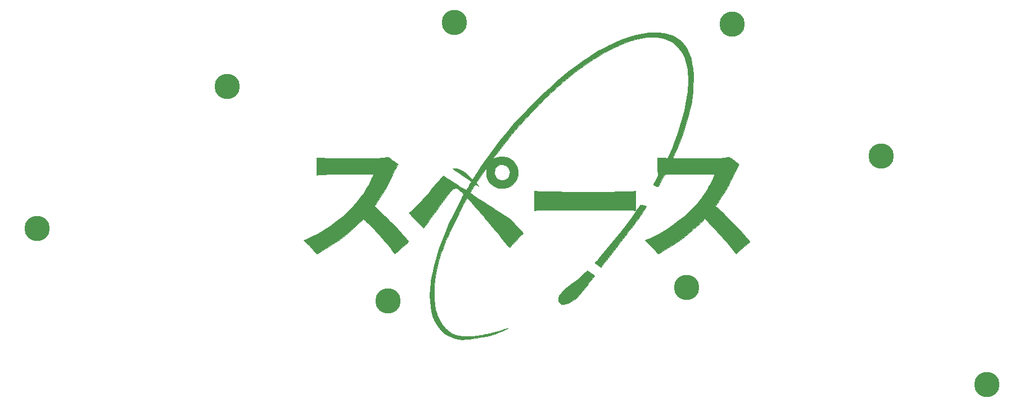
<source format=gts>
G04 #@! TF.GenerationSoftware,KiCad,Pcbnew,(5.1.10)-1*
G04 #@! TF.CreationDate,2021-10-25T12:42:06+03:00*
G04 #@! TF.ProjectId,bottom_plate,626f7474-6f6d-45f7-906c-6174652e6b69,rev?*
G04 #@! TF.SameCoordinates,Original*
G04 #@! TF.FileFunction,Soldermask,Top*
G04 #@! TF.FilePolarity,Negative*
%FSLAX46Y46*%
G04 Gerber Fmt 4.6, Leading zero omitted, Abs format (unit mm)*
G04 Created by KiCad (PCBNEW (5.1.10)-1) date 2021-10-25 12:42:06*
%MOMM*%
%LPD*%
G01*
G04 APERTURE LIST*
%ADD10C,0.010000*%
%ADD11C,3.800000*%
G04 APERTURE END LIST*
D10*
G36*
X135007350Y-104144412D02*
G01*
X135210407Y-104161349D01*
X135473434Y-104176749D01*
X135798507Y-104190639D01*
X136187707Y-104203050D01*
X136643110Y-104214010D01*
X137166796Y-104223548D01*
X137760844Y-104231693D01*
X138427330Y-104238474D01*
X139168335Y-104243921D01*
X139985936Y-104248061D01*
X140882212Y-104250925D01*
X141859242Y-104252540D01*
X142786100Y-104252953D01*
X143682722Y-104252574D01*
X144498988Y-104251494D01*
X145239206Y-104249647D01*
X145907683Y-104246965D01*
X146508729Y-104243382D01*
X147046650Y-104238831D01*
X147525756Y-104233245D01*
X147950353Y-104226559D01*
X148324751Y-104218705D01*
X148653256Y-104209617D01*
X148940178Y-104199228D01*
X149189824Y-104187472D01*
X149406502Y-104174281D01*
X149594520Y-104159589D01*
X149739350Y-104145403D01*
X149982766Y-104118987D01*
X149982766Y-107048633D01*
X149421850Y-107016716D01*
X149307190Y-107012662D01*
X149114444Y-107008889D01*
X148849316Y-107005397D01*
X148517513Y-107002186D01*
X148124739Y-106999256D01*
X147676700Y-106996608D01*
X147179102Y-106994243D01*
X146637650Y-106992159D01*
X146058050Y-106990357D01*
X145446007Y-106988839D01*
X144807227Y-106987603D01*
X144147415Y-106986650D01*
X143472276Y-106985981D01*
X142787517Y-106985595D01*
X142098842Y-106985493D01*
X141411958Y-106985674D01*
X140732569Y-106986140D01*
X140066382Y-106986891D01*
X139419101Y-106987926D01*
X138796433Y-106989246D01*
X138204082Y-106990851D01*
X137647754Y-106992742D01*
X137133155Y-106994918D01*
X136665990Y-106997380D01*
X136251965Y-107000128D01*
X135896786Y-107003162D01*
X135606157Y-107006483D01*
X135385784Y-107010090D01*
X135241373Y-107013985D01*
X135197850Y-107016147D01*
X134742766Y-107047494D01*
X134742766Y-104117436D01*
X135007350Y-104144412D01*
G37*
X135007350Y-104144412D02*
X135210407Y-104161349D01*
X135473434Y-104176749D01*
X135798507Y-104190639D01*
X136187707Y-104203050D01*
X136643110Y-104214010D01*
X137166796Y-104223548D01*
X137760844Y-104231693D01*
X138427330Y-104238474D01*
X139168335Y-104243921D01*
X139985936Y-104248061D01*
X140882212Y-104250925D01*
X141859242Y-104252540D01*
X142786100Y-104252953D01*
X143682722Y-104252574D01*
X144498988Y-104251494D01*
X145239206Y-104249647D01*
X145907683Y-104246965D01*
X146508729Y-104243382D01*
X147046650Y-104238831D01*
X147525756Y-104233245D01*
X147950353Y-104226559D01*
X148324751Y-104218705D01*
X148653256Y-104209617D01*
X148940178Y-104199228D01*
X149189824Y-104187472D01*
X149406502Y-104174281D01*
X149594520Y-104159589D01*
X149739350Y-104145403D01*
X149982766Y-104118987D01*
X149982766Y-107048633D01*
X149421850Y-107016716D01*
X149307190Y-107012662D01*
X149114444Y-107008889D01*
X148849316Y-107005397D01*
X148517513Y-107002186D01*
X148124739Y-106999256D01*
X147676700Y-106996608D01*
X147179102Y-106994243D01*
X146637650Y-106992159D01*
X146058050Y-106990357D01*
X145446007Y-106988839D01*
X144807227Y-106987603D01*
X144147415Y-106986650D01*
X143472276Y-106985981D01*
X142787517Y-106985595D01*
X142098842Y-106985493D01*
X141411958Y-106985674D01*
X140732569Y-106986140D01*
X140066382Y-106986891D01*
X139419101Y-106987926D01*
X138796433Y-106989246D01*
X138204082Y-106990851D01*
X137647754Y-106992742D01*
X137133155Y-106994918D01*
X136665990Y-106997380D01*
X136251965Y-107000128D01*
X135896786Y-107003162D01*
X135606157Y-107006483D01*
X135385784Y-107010090D01*
X135241373Y-107013985D01*
X135197850Y-107016147D01*
X134742766Y-107047494D01*
X134742766Y-104117436D01*
X135007350Y-104144412D01*
G36*
X112674969Y-99010074D02*
G01*
X112753538Y-99050866D01*
X112862757Y-99121585D01*
X113013555Y-99228276D01*
X113216857Y-99376981D01*
X113318230Y-99451725D01*
X113530341Y-99608382D01*
X113724929Y-99752367D01*
X113889417Y-99874350D01*
X114011230Y-99965006D01*
X114077788Y-100015007D01*
X114078673Y-100015684D01*
X114179080Y-100092611D01*
X113961342Y-100454393D01*
X113874873Y-100607224D01*
X113763152Y-100818361D01*
X113635757Y-101068939D01*
X113502264Y-101340092D01*
X113372251Y-101612955D01*
X113361653Y-101635654D01*
X113012539Y-102367290D01*
X112675259Y-103036291D01*
X112339229Y-103661670D01*
X111993864Y-104262439D01*
X111628582Y-104857607D01*
X111232798Y-105466188D01*
X111211057Y-105498749D01*
X111055404Y-105731319D01*
X110914206Y-105941801D01*
X110794699Y-106119449D01*
X110704116Y-106253521D01*
X110649689Y-106333273D01*
X110638309Y-106349405D01*
X110643110Y-106406016D01*
X110717046Y-106500427D01*
X110806620Y-106586623D01*
X111186226Y-106935653D01*
X111606251Y-107332019D01*
X112053576Y-107762680D01*
X112515082Y-108214594D01*
X112977650Y-108674717D01*
X113428161Y-109130009D01*
X113853494Y-109567427D01*
X114240531Y-109973929D01*
X114552192Y-110310149D01*
X114839402Y-110627160D01*
X115096659Y-110915046D01*
X115319464Y-111168556D01*
X115503314Y-111382436D01*
X115643708Y-111551436D01*
X115736145Y-111670304D01*
X115776123Y-111733788D01*
X115777433Y-111739660D01*
X115746827Y-111775647D01*
X115661161Y-111858617D01*
X115529664Y-111980457D01*
X115361562Y-112133056D01*
X115166083Y-112308300D01*
X114952454Y-112498077D01*
X114729905Y-112694275D01*
X114507661Y-112888780D01*
X114294951Y-113073479D01*
X114101003Y-113240262D01*
X113935044Y-113381014D01*
X113806301Y-113487623D01*
X113724003Y-113551976D01*
X113698216Y-113567633D01*
X113664407Y-113535622D01*
X113590123Y-113447713D01*
X113485219Y-113316089D01*
X113359549Y-113152937D01*
X113313041Y-113091383D01*
X113015745Y-112708083D01*
X112667269Y-112279331D01*
X112278513Y-111817249D01*
X111860379Y-111333955D01*
X111423768Y-110841569D01*
X110979581Y-110352210D01*
X110538719Y-109877997D01*
X110112083Y-109431051D01*
X109710575Y-109023490D01*
X109345095Y-108667434D01*
X109270846Y-108597441D01*
X108966093Y-108312126D01*
X108688488Y-108606402D01*
X108525625Y-108772592D01*
X108311536Y-108981409D01*
X108059496Y-109220634D01*
X107782779Y-109478047D01*
X107494659Y-109741428D01*
X107208410Y-109998559D01*
X106937306Y-110237218D01*
X106694622Y-110445187D01*
X106654600Y-110478737D01*
X105903739Y-111080990D01*
X105126938Y-111657302D01*
X104339733Y-112197217D01*
X103557661Y-112690280D01*
X102796258Y-113126035D01*
X102451604Y-113307230D01*
X101946850Y-113564569D01*
X101232010Y-112814685D01*
X101016827Y-112588876D01*
X100806128Y-112367638D01*
X100611836Y-112163498D01*
X100445870Y-111988982D01*
X100320153Y-111856619D01*
X100274226Y-111808166D01*
X100031280Y-111551533D01*
X100379606Y-111410868D01*
X101285238Y-111009199D01*
X102202982Y-110532593D01*
X103122874Y-109987850D01*
X104034950Y-109381771D01*
X104929246Y-108721157D01*
X105795797Y-108012807D01*
X106624640Y-107263523D01*
X107015849Y-106881628D01*
X107551668Y-106315918D01*
X108068432Y-105713969D01*
X108558617Y-105086954D01*
X109014701Y-104446047D01*
X109429161Y-103802419D01*
X109794473Y-103167243D01*
X110103115Y-102551693D01*
X110347563Y-101966940D01*
X110374073Y-101894217D01*
X110483946Y-101587300D01*
X107045273Y-101587403D01*
X106348831Y-101587827D01*
X105730181Y-101589158D01*
X105182454Y-101591554D01*
X104698777Y-101595171D01*
X104272279Y-101600164D01*
X103896091Y-101606690D01*
X103563341Y-101614906D01*
X103267158Y-101624967D01*
X103000671Y-101637030D01*
X102757010Y-101651252D01*
X102529304Y-101667787D01*
X102310681Y-101686794D01*
X102199016Y-101697634D01*
X101934433Y-101724163D01*
X101934433Y-99077976D01*
X102156683Y-99103829D01*
X102375223Y-99125879D01*
X102630673Y-99145187D01*
X102927518Y-99161833D01*
X103270244Y-99175899D01*
X103663333Y-99187465D01*
X104111271Y-99196611D01*
X104618543Y-99203417D01*
X105189633Y-99207966D01*
X105829025Y-99210336D01*
X106541205Y-99210609D01*
X107330657Y-99208865D01*
X107882266Y-99206712D01*
X108557179Y-99203574D01*
X109153270Y-99200411D01*
X109676386Y-99196969D01*
X110132372Y-99192997D01*
X110527072Y-99188241D01*
X110866333Y-99182451D01*
X111156000Y-99175372D01*
X111401918Y-99166755D01*
X111609933Y-99156345D01*
X111785889Y-99143890D01*
X111935633Y-99129139D01*
X112065009Y-99111840D01*
X112179863Y-99091739D01*
X112286041Y-99068584D01*
X112389387Y-99042124D01*
X112495747Y-99012107D01*
X112513897Y-99006822D01*
X112566075Y-98994096D01*
X112616124Y-98993166D01*
X112674969Y-99010074D01*
G37*
X112674969Y-99010074D02*
X112753538Y-99050866D01*
X112862757Y-99121585D01*
X113013555Y-99228276D01*
X113216857Y-99376981D01*
X113318230Y-99451725D01*
X113530341Y-99608382D01*
X113724929Y-99752367D01*
X113889417Y-99874350D01*
X114011230Y-99965006D01*
X114077788Y-100015007D01*
X114078673Y-100015684D01*
X114179080Y-100092611D01*
X113961342Y-100454393D01*
X113874873Y-100607224D01*
X113763152Y-100818361D01*
X113635757Y-101068939D01*
X113502264Y-101340092D01*
X113372251Y-101612955D01*
X113361653Y-101635654D01*
X113012539Y-102367290D01*
X112675259Y-103036291D01*
X112339229Y-103661670D01*
X111993864Y-104262439D01*
X111628582Y-104857607D01*
X111232798Y-105466188D01*
X111211057Y-105498749D01*
X111055404Y-105731319D01*
X110914206Y-105941801D01*
X110794699Y-106119449D01*
X110704116Y-106253521D01*
X110649689Y-106333273D01*
X110638309Y-106349405D01*
X110643110Y-106406016D01*
X110717046Y-106500427D01*
X110806620Y-106586623D01*
X111186226Y-106935653D01*
X111606251Y-107332019D01*
X112053576Y-107762680D01*
X112515082Y-108214594D01*
X112977650Y-108674717D01*
X113428161Y-109130009D01*
X113853494Y-109567427D01*
X114240531Y-109973929D01*
X114552192Y-110310149D01*
X114839402Y-110627160D01*
X115096659Y-110915046D01*
X115319464Y-111168556D01*
X115503314Y-111382436D01*
X115643708Y-111551436D01*
X115736145Y-111670304D01*
X115776123Y-111733788D01*
X115777433Y-111739660D01*
X115746827Y-111775647D01*
X115661161Y-111858617D01*
X115529664Y-111980457D01*
X115361562Y-112133056D01*
X115166083Y-112308300D01*
X114952454Y-112498077D01*
X114729905Y-112694275D01*
X114507661Y-112888780D01*
X114294951Y-113073479D01*
X114101003Y-113240262D01*
X113935044Y-113381014D01*
X113806301Y-113487623D01*
X113724003Y-113551976D01*
X113698216Y-113567633D01*
X113664407Y-113535622D01*
X113590123Y-113447713D01*
X113485219Y-113316089D01*
X113359549Y-113152937D01*
X113313041Y-113091383D01*
X113015745Y-112708083D01*
X112667269Y-112279331D01*
X112278513Y-111817249D01*
X111860379Y-111333955D01*
X111423768Y-110841569D01*
X110979581Y-110352210D01*
X110538719Y-109877997D01*
X110112083Y-109431051D01*
X109710575Y-109023490D01*
X109345095Y-108667434D01*
X109270846Y-108597441D01*
X108966093Y-108312126D01*
X108688488Y-108606402D01*
X108525625Y-108772592D01*
X108311536Y-108981409D01*
X108059496Y-109220634D01*
X107782779Y-109478047D01*
X107494659Y-109741428D01*
X107208410Y-109998559D01*
X106937306Y-110237218D01*
X106694622Y-110445187D01*
X106654600Y-110478737D01*
X105903739Y-111080990D01*
X105126938Y-111657302D01*
X104339733Y-112197217D01*
X103557661Y-112690280D01*
X102796258Y-113126035D01*
X102451604Y-113307230D01*
X101946850Y-113564569D01*
X101232010Y-112814685D01*
X101016827Y-112588876D01*
X100806128Y-112367638D01*
X100611836Y-112163498D01*
X100445870Y-111988982D01*
X100320153Y-111856619D01*
X100274226Y-111808166D01*
X100031280Y-111551533D01*
X100379606Y-111410868D01*
X101285238Y-111009199D01*
X102202982Y-110532593D01*
X103122874Y-109987850D01*
X104034950Y-109381771D01*
X104929246Y-108721157D01*
X105795797Y-108012807D01*
X106624640Y-107263523D01*
X107015849Y-106881628D01*
X107551668Y-106315918D01*
X108068432Y-105713969D01*
X108558617Y-105086954D01*
X109014701Y-104446047D01*
X109429161Y-103802419D01*
X109794473Y-103167243D01*
X110103115Y-102551693D01*
X110347563Y-101966940D01*
X110374073Y-101894217D01*
X110483946Y-101587300D01*
X107045273Y-101587403D01*
X106348831Y-101587827D01*
X105730181Y-101589158D01*
X105182454Y-101591554D01*
X104698777Y-101595171D01*
X104272279Y-101600164D01*
X103896091Y-101606690D01*
X103563341Y-101614906D01*
X103267158Y-101624967D01*
X103000671Y-101637030D01*
X102757010Y-101651252D01*
X102529304Y-101667787D01*
X102310681Y-101686794D01*
X102199016Y-101697634D01*
X101934433Y-101724163D01*
X101934433Y-99077976D01*
X102156683Y-99103829D01*
X102375223Y-99125879D01*
X102630673Y-99145187D01*
X102927518Y-99161833D01*
X103270244Y-99175899D01*
X103663333Y-99187465D01*
X104111271Y-99196611D01*
X104618543Y-99203417D01*
X105189633Y-99207966D01*
X105829025Y-99210336D01*
X106541205Y-99210609D01*
X107330657Y-99208865D01*
X107882266Y-99206712D01*
X108557179Y-99203574D01*
X109153270Y-99200411D01*
X109676386Y-99196969D01*
X110132372Y-99192997D01*
X110527072Y-99188241D01*
X110866333Y-99182451D01*
X111156000Y-99175372D01*
X111401918Y-99166755D01*
X111609933Y-99156345D01*
X111785889Y-99143890D01*
X111935633Y-99129139D01*
X112065009Y-99111840D01*
X112179863Y-99091739D01*
X112286041Y-99068584D01*
X112389387Y-99042124D01*
X112495747Y-99012107D01*
X112513897Y-99006822D01*
X112566075Y-98994096D01*
X112616124Y-98993166D01*
X112674969Y-99010074D01*
G36*
X150818828Y-106242666D02*
G01*
X150967724Y-106271908D01*
X151135610Y-106310329D01*
X151302203Y-106352999D01*
X151447216Y-106394991D01*
X151550368Y-106431376D01*
X151591372Y-106457226D01*
X151591433Y-106457940D01*
X151568772Y-106503857D01*
X151505803Y-106608240D01*
X151410046Y-106759690D01*
X151289020Y-106946809D01*
X151150244Y-107158200D01*
X151001238Y-107382464D01*
X150849522Y-107608203D01*
X150702615Y-107824018D01*
X150568037Y-108018512D01*
X150475830Y-108148967D01*
X150415971Y-108230346D01*
X150310800Y-108370812D01*
X150164403Y-108565015D01*
X149980863Y-108807608D01*
X149764264Y-109093241D01*
X149518692Y-109416566D01*
X149248229Y-109772233D01*
X148956962Y-110154895D01*
X148648973Y-110559202D01*
X148328346Y-110979806D01*
X147999167Y-111411357D01*
X147665520Y-111848508D01*
X147331488Y-112285910D01*
X147001156Y-112718213D01*
X146678609Y-113140069D01*
X146367930Y-113546130D01*
X146073203Y-113931046D01*
X145798514Y-114289470D01*
X145547946Y-114616051D01*
X145325584Y-114905442D01*
X145135511Y-115152293D01*
X144981812Y-115351257D01*
X144868572Y-115496984D01*
X144799874Y-115584125D01*
X144781104Y-115606751D01*
X144738382Y-115594853D01*
X144641250Y-115541756D01*
X144503890Y-115455893D01*
X144340484Y-115345697D01*
X144331266Y-115339268D01*
X144162035Y-115221621D01*
X144014425Y-115120094D01*
X143904335Y-115045550D01*
X143847731Y-115008890D01*
X143840968Y-114981233D01*
X143871119Y-114921497D01*
X143942839Y-114823719D01*
X144060784Y-114681937D01*
X144229611Y-114490185D01*
X144399055Y-114302707D01*
X145236521Y-113361123D01*
X146084458Y-112365770D01*
X146930402Y-111332592D01*
X147761885Y-110277530D01*
X148566441Y-109216527D01*
X149331603Y-108165527D01*
X150044906Y-107140472D01*
X150319874Y-106730800D01*
X150437154Y-106554920D01*
X150538782Y-106404123D01*
X150615030Y-106292727D01*
X150656170Y-106235051D01*
X150659142Y-106231429D01*
X150709206Y-106227530D01*
X150818828Y-106242666D01*
G37*
X150818828Y-106242666D02*
X150967724Y-106271908D01*
X151135610Y-106310329D01*
X151302203Y-106352999D01*
X151447216Y-106394991D01*
X151550368Y-106431376D01*
X151591372Y-106457226D01*
X151591433Y-106457940D01*
X151568772Y-106503857D01*
X151505803Y-106608240D01*
X151410046Y-106759690D01*
X151289020Y-106946809D01*
X151150244Y-107158200D01*
X151001238Y-107382464D01*
X150849522Y-107608203D01*
X150702615Y-107824018D01*
X150568037Y-108018512D01*
X150475830Y-108148967D01*
X150415971Y-108230346D01*
X150310800Y-108370812D01*
X150164403Y-108565015D01*
X149980863Y-108807608D01*
X149764264Y-109093241D01*
X149518692Y-109416566D01*
X149248229Y-109772233D01*
X148956962Y-110154895D01*
X148648973Y-110559202D01*
X148328346Y-110979806D01*
X147999167Y-111411357D01*
X147665520Y-111848508D01*
X147331488Y-112285910D01*
X147001156Y-112718213D01*
X146678609Y-113140069D01*
X146367930Y-113546130D01*
X146073203Y-113931046D01*
X145798514Y-114289470D01*
X145547946Y-114616051D01*
X145325584Y-114905442D01*
X145135511Y-115152293D01*
X144981812Y-115351257D01*
X144868572Y-115496984D01*
X144799874Y-115584125D01*
X144781104Y-115606751D01*
X144738382Y-115594853D01*
X144641250Y-115541756D01*
X144503890Y-115455893D01*
X144340484Y-115345697D01*
X144331266Y-115339268D01*
X144162035Y-115221621D01*
X144014425Y-115120094D01*
X143904335Y-115045550D01*
X143847731Y-115008890D01*
X143840968Y-114981233D01*
X143871119Y-114921497D01*
X143942839Y-114823719D01*
X144060784Y-114681937D01*
X144229611Y-114490185D01*
X144399055Y-114302707D01*
X145236521Y-113361123D01*
X146084458Y-112365770D01*
X146930402Y-111332592D01*
X147761885Y-110277530D01*
X148566441Y-109216527D01*
X149331603Y-108165527D01*
X150044906Y-107140472D01*
X150319874Y-106730800D01*
X150437154Y-106554920D01*
X150538782Y-106404123D01*
X150615030Y-106292727D01*
X150656170Y-106235051D01*
X150659142Y-106231429D01*
X150709206Y-106227530D01*
X150818828Y-106242666D01*
G36*
X142718997Y-116172781D02*
G01*
X142817209Y-116234433D01*
X142953602Y-116324734D01*
X143113534Y-116433494D01*
X143282361Y-116550526D01*
X143445440Y-116665640D01*
X143588127Y-116768648D01*
X143695779Y-116849361D01*
X143753754Y-116897591D01*
X143759766Y-116905702D01*
X143734455Y-116946230D01*
X143662858Y-117044625D01*
X143551482Y-117192560D01*
X143406833Y-117381708D01*
X143235418Y-117603745D01*
X143043742Y-117850342D01*
X142838311Y-118113175D01*
X142625633Y-118383916D01*
X142412212Y-118654239D01*
X142204556Y-118915818D01*
X142009170Y-119160326D01*
X141832561Y-119379438D01*
X141695048Y-119548037D01*
X141474739Y-119810679D01*
X141287348Y-120019453D01*
X141116701Y-120189472D01*
X140946623Y-120335850D01*
X140760939Y-120473698D01*
X140563600Y-120605220D01*
X140163794Y-120841552D01*
X139790342Y-121020588D01*
X139449578Y-121140180D01*
X139147837Y-121198176D01*
X138891452Y-121192428D01*
X138854298Y-121185282D01*
X138646823Y-121100660D01*
X138488440Y-120956616D01*
X138383283Y-120765473D01*
X138335490Y-120539554D01*
X138349194Y-120291183D01*
X138428533Y-120032682D01*
X138451136Y-119983914D01*
X138553878Y-119799354D01*
X138685936Y-119609305D01*
X138852492Y-119408950D01*
X139058729Y-119193472D01*
X139309830Y-118958057D01*
X139610977Y-118697886D01*
X139967353Y-118408143D01*
X140384140Y-118084013D01*
X140866523Y-117720678D01*
X140965766Y-117647001D01*
X141203354Y-117462917D01*
X141472720Y-117241169D01*
X141746704Y-117004883D01*
X141998149Y-116777183D01*
X142093502Y-116686778D01*
X142271650Y-116516053D01*
X142428792Y-116367737D01*
X142554903Y-116251109D01*
X142639954Y-116175448D01*
X142673610Y-116149967D01*
X142718997Y-116172781D01*
G37*
X142718997Y-116172781D02*
X142817209Y-116234433D01*
X142953602Y-116324734D01*
X143113534Y-116433494D01*
X143282361Y-116550526D01*
X143445440Y-116665640D01*
X143588127Y-116768648D01*
X143695779Y-116849361D01*
X143753754Y-116897591D01*
X143759766Y-116905702D01*
X143734455Y-116946230D01*
X143662858Y-117044625D01*
X143551482Y-117192560D01*
X143406833Y-117381708D01*
X143235418Y-117603745D01*
X143043742Y-117850342D01*
X142838311Y-118113175D01*
X142625633Y-118383916D01*
X142412212Y-118654239D01*
X142204556Y-118915818D01*
X142009170Y-119160326D01*
X141832561Y-119379438D01*
X141695048Y-119548037D01*
X141474739Y-119810679D01*
X141287348Y-120019453D01*
X141116701Y-120189472D01*
X140946623Y-120335850D01*
X140760939Y-120473698D01*
X140563600Y-120605220D01*
X140163794Y-120841552D01*
X139790342Y-121020588D01*
X139449578Y-121140180D01*
X139147837Y-121198176D01*
X138891452Y-121192428D01*
X138854298Y-121185282D01*
X138646823Y-121100660D01*
X138488440Y-120956616D01*
X138383283Y-120765473D01*
X138335490Y-120539554D01*
X138349194Y-120291183D01*
X138428533Y-120032682D01*
X138451136Y-119983914D01*
X138553878Y-119799354D01*
X138685936Y-119609305D01*
X138852492Y-119408950D01*
X139058729Y-119193472D01*
X139309830Y-118958057D01*
X139610977Y-118697886D01*
X139967353Y-118408143D01*
X140384140Y-118084013D01*
X140866523Y-117720678D01*
X140965766Y-117647001D01*
X141203354Y-117462917D01*
X141472720Y-117241169D01*
X141746704Y-117004883D01*
X141998149Y-116777183D01*
X142093502Y-116686778D01*
X142271650Y-116516053D01*
X142428792Y-116367737D01*
X142554903Y-116251109D01*
X142639954Y-116175448D01*
X142673610Y-116149967D01*
X142718997Y-116172781D01*
G36*
X153440298Y-80243137D02*
G01*
X154160152Y-80329638D01*
X154815942Y-80468870D01*
X155411358Y-80662791D01*
X155950090Y-80913361D01*
X156435829Y-81222536D01*
X156872263Y-81592276D01*
X157263084Y-82024539D01*
X157550523Y-82424583D01*
X157840140Y-82939405D01*
X158086036Y-83523652D01*
X158287765Y-84173979D01*
X158444877Y-84887037D01*
X158556925Y-85659480D01*
X158623463Y-86487962D01*
X158644041Y-87369133D01*
X158618213Y-88299649D01*
X158545530Y-89276162D01*
X158511293Y-89606967D01*
X158372038Y-90619309D01*
X158173730Y-91666945D01*
X157915510Y-92752774D01*
X157596517Y-93879697D01*
X157215889Y-95050615D01*
X156772766Y-96268428D01*
X156266287Y-97536036D01*
X155911582Y-98367703D01*
X155807906Y-98606873D01*
X155716932Y-98819834D01*
X155643777Y-98994354D01*
X155593557Y-99118202D01*
X155571386Y-99179146D01*
X155570766Y-99182619D01*
X155611857Y-99189320D01*
X155730167Y-99195248D01*
X155918253Y-99200414D01*
X156168671Y-99204831D01*
X156473977Y-99208509D01*
X156826728Y-99211460D01*
X157219479Y-99213697D01*
X157644788Y-99215230D01*
X158095210Y-99216071D01*
X158563302Y-99216233D01*
X159041620Y-99215725D01*
X159522720Y-99214561D01*
X159999159Y-99212751D01*
X160463494Y-99210307D01*
X160908279Y-99207241D01*
X161326072Y-99203565D01*
X161709429Y-99199290D01*
X162050906Y-99194427D01*
X162343060Y-99188988D01*
X162578446Y-99182986D01*
X162749622Y-99176430D01*
X162829750Y-99171303D01*
X163064960Y-99147078D01*
X163303660Y-99116425D01*
X163513897Y-99083747D01*
X163634084Y-99060469D01*
X163790407Y-99027003D01*
X163919137Y-99001993D01*
X163993440Y-98990636D01*
X163995100Y-98990528D01*
X164045349Y-99013544D01*
X164149614Y-99078826D01*
X164295768Y-99177492D01*
X164471685Y-99300662D01*
X164665239Y-99439454D01*
X164864302Y-99584987D01*
X165056748Y-99728378D01*
X165230451Y-99860748D01*
X165373285Y-99973214D01*
X165473122Y-100056896D01*
X165517836Y-100102912D01*
X165519100Y-100106689D01*
X165498001Y-100157757D01*
X165442205Y-100259620D01*
X165362958Y-100391957D01*
X165347319Y-100417050D01*
X165281754Y-100531230D01*
X165187677Y-100708298D01*
X165072140Y-100934309D01*
X164942191Y-101195315D01*
X164804880Y-101477370D01*
X164695938Y-101705690D01*
X164332661Y-102457033D01*
X163982295Y-103144384D01*
X163634963Y-103785296D01*
X163280789Y-104397318D01*
X162909895Y-104998003D01*
X162512405Y-105604900D01*
X162447743Y-105700705D01*
X161969747Y-106406277D01*
X162548507Y-106928088D01*
X162818215Y-107175646D01*
X163112824Y-107453915D01*
X163427350Y-107757626D01*
X163756809Y-108081512D01*
X164096217Y-108420305D01*
X164440592Y-108768738D01*
X164784950Y-109121541D01*
X165124307Y-109473448D01*
X165453680Y-109819191D01*
X165768086Y-110153502D01*
X166062540Y-110471113D01*
X166332061Y-110766757D01*
X166571663Y-111035165D01*
X166776364Y-111271069D01*
X166941181Y-111469203D01*
X167061129Y-111624298D01*
X167131226Y-111731086D01*
X167146488Y-111784300D01*
X167144714Y-111786557D01*
X167049546Y-111872078D01*
X166909712Y-111995065D01*
X166734440Y-112147633D01*
X166532955Y-112321896D01*
X166314485Y-112509968D01*
X166088255Y-112703963D01*
X165863493Y-112895994D01*
X165649425Y-113078175D01*
X165455277Y-113242620D01*
X165290277Y-113381444D01*
X165163650Y-113486759D01*
X165084623Y-113550680D01*
X165061969Y-113566729D01*
X165022734Y-113534495D01*
X164954595Y-113452936D01*
X164905829Y-113386813D01*
X164682816Y-113084314D01*
X164406768Y-112731753D01*
X164085480Y-112337957D01*
X163726747Y-111911753D01*
X163338365Y-111461970D01*
X162928128Y-110997436D01*
X162503832Y-110526978D01*
X162073272Y-110059424D01*
X161644243Y-109603601D01*
X161224541Y-109168339D01*
X160825273Y-108765749D01*
X160358900Y-108303031D01*
X159646865Y-108998582D01*
X158781294Y-109810131D01*
X157895837Y-110574432D01*
X156998614Y-111285494D01*
X156097748Y-111937325D01*
X155201359Y-112523936D01*
X154317569Y-113039336D01*
X153805853Y-113307332D01*
X153289774Y-113565776D01*
X153149687Y-113402689D01*
X153083221Y-113328971D01*
X152967216Y-113204241D01*
X152810988Y-113038349D01*
X152623852Y-112841147D01*
X152415125Y-112622486D01*
X152196452Y-112394639D01*
X151383304Y-111549676D01*
X151749927Y-111407066D01*
X151976915Y-111312583D01*
X152258546Y-111185764D01*
X152575773Y-111035960D01*
X152909547Y-110872522D01*
X153240821Y-110704802D01*
X153550544Y-110542151D01*
X153819670Y-110393921D01*
X153856266Y-110372987D01*
X154717253Y-109846366D01*
X155568716Y-109265042D01*
X156400305Y-108638073D01*
X157201667Y-107974519D01*
X157962452Y-107283437D01*
X158672309Y-106573886D01*
X159320885Y-105854924D01*
X159897830Y-105135609D01*
X160001792Y-104995133D01*
X160246682Y-104646947D01*
X160499316Y-104265121D01*
X160748956Y-103867478D01*
X160984864Y-103471844D01*
X161196302Y-103096044D01*
X161372533Y-102757902D01*
X161458498Y-102576992D01*
X161533754Y-102405601D01*
X161613301Y-102216144D01*
X161690108Y-102026439D01*
X161757144Y-101854306D01*
X161807378Y-101717565D01*
X161833779Y-101634034D01*
X161836100Y-101620015D01*
X161795015Y-101614953D01*
X161676753Y-101610305D01*
X161488802Y-101606080D01*
X161238650Y-101602282D01*
X160933786Y-101598918D01*
X160581698Y-101595995D01*
X160189875Y-101593519D01*
X159765805Y-101591496D01*
X159316975Y-101589932D01*
X158850876Y-101588834D01*
X158374994Y-101588208D01*
X157896818Y-101588060D01*
X157423838Y-101588397D01*
X156963540Y-101589225D01*
X156523413Y-101590550D01*
X156110947Y-101592378D01*
X155733628Y-101594716D01*
X155398946Y-101597571D01*
X155114388Y-101600947D01*
X154887444Y-101604852D01*
X154725601Y-101609292D01*
X154639433Y-101613968D01*
X154364266Y-101640033D01*
X153878425Y-102545000D01*
X153741572Y-102796490D01*
X153615815Y-103021115D01*
X153507161Y-103208665D01*
X153421616Y-103348930D01*
X153365185Y-103431700D01*
X153346090Y-103449966D01*
X153289589Y-103437244D01*
X153174876Y-103403696D01*
X153023724Y-103356253D01*
X152857909Y-103301844D01*
X152699205Y-103247399D01*
X152619836Y-103218844D01*
X152621611Y-103176253D01*
X152667033Y-103066496D01*
X152754063Y-102893694D01*
X152880664Y-102661966D01*
X152991252Y-102467743D01*
X153142311Y-102202543D01*
X153251433Y-102002511D01*
X153321741Y-101861135D01*
X153356362Y-101771904D01*
X153358420Y-101728308D01*
X153349266Y-101721779D01*
X153330986Y-101709027D01*
X153316454Y-101673708D01*
X153305254Y-101607309D01*
X153296975Y-101501317D01*
X153291204Y-101347219D01*
X153287526Y-101136501D01*
X153285529Y-100860651D01*
X153284800Y-100511157D01*
X153284766Y-100393034D01*
X153284766Y-99077976D01*
X153507016Y-99103637D01*
X153639737Y-99116352D01*
X153830103Y-99131255D01*
X154051192Y-99146364D01*
X154246070Y-99158050D01*
X154762873Y-99186802D01*
X154917115Y-98852468D01*
X155406260Y-97741560D01*
X155862349Y-96603735D01*
X156281434Y-95451632D01*
X156659564Y-94297890D01*
X156992791Y-93155146D01*
X157277164Y-92036039D01*
X157508734Y-90953208D01*
X157660818Y-90072633D01*
X157727308Y-89620779D01*
X157778935Y-89230254D01*
X157817403Y-88879358D01*
X157844419Y-88546392D01*
X157861689Y-88209654D01*
X157870918Y-87847445D01*
X157873813Y-87438064D01*
X157873799Y-87363300D01*
X157868873Y-86874152D01*
X157853839Y-86450860D01*
X157826717Y-86075003D01*
X157785523Y-85728160D01*
X157728276Y-85391911D01*
X157652994Y-85047835D01*
X157603281Y-84848958D01*
X157390642Y-84168316D01*
X157122029Y-83550522D01*
X156797773Y-82995957D01*
X156418209Y-82505003D01*
X155983668Y-82078039D01*
X155494485Y-81715448D01*
X154950991Y-81417611D01*
X154420892Y-81206976D01*
X153783419Y-81036877D01*
X153102987Y-80938559D01*
X152380979Y-80911680D01*
X151618779Y-80955895D01*
X150817770Y-81070861D01*
X149979337Y-81256233D01*
X149104864Y-81511669D01*
X148195734Y-81836823D01*
X147253330Y-82231353D01*
X146279037Y-82694915D01*
X145274238Y-83227164D01*
X144500600Y-83671726D01*
X144082437Y-83927374D01*
X143625179Y-84220241D01*
X143143464Y-84540058D01*
X142651929Y-84876558D01*
X142165211Y-85219471D01*
X141697949Y-85558529D01*
X141264780Y-85883463D01*
X140880342Y-86184006D01*
X140648266Y-86374207D01*
X140482081Y-86511217D01*
X140280172Y-86673845D01*
X140074330Y-86836616D01*
X139970933Y-86916990D01*
X139074648Y-87634980D01*
X138150791Y-88427095D01*
X137203598Y-89288995D01*
X136237306Y-90216339D01*
X135256150Y-91204789D01*
X134264369Y-92250004D01*
X133266197Y-93347645D01*
X132265872Y-94493371D01*
X131267630Y-95682844D01*
X130547053Y-96570800D01*
X130317315Y-96859771D01*
X130070483Y-97173524D01*
X129814884Y-97501204D01*
X129558846Y-97831959D01*
X129310695Y-98154934D01*
X129078758Y-98459275D01*
X128871361Y-98734130D01*
X128696832Y-98968644D01*
X128563497Y-99151963D01*
X128524817Y-99206725D01*
X128428373Y-99344983D01*
X128717486Y-99196354D01*
X129144232Y-99022575D01*
X129583574Y-98931313D01*
X130028965Y-98922612D01*
X130473857Y-98996515D01*
X130911701Y-99153066D01*
X130971605Y-99181357D01*
X131244818Y-99349589D01*
X131513771Y-99578590D01*
X131756736Y-99846282D01*
X131951982Y-100130591D01*
X132006344Y-100232633D01*
X132175312Y-100654542D01*
X132263262Y-101068353D01*
X132271687Y-101484960D01*
X132223747Y-101820133D01*
X132093013Y-102243207D01*
X131889916Y-102629914D01*
X131621859Y-102972274D01*
X131296244Y-103262308D01*
X130920474Y-103492038D01*
X130530600Y-103645135D01*
X130233820Y-103704603D01*
X129895678Y-103725548D01*
X129549929Y-103708507D01*
X129230327Y-103654019D01*
X129119732Y-103622629D01*
X128718450Y-103450274D01*
X128357864Y-103211360D01*
X128046732Y-102915242D01*
X127793817Y-102571270D01*
X127607876Y-102188797D01*
X127526518Y-101921601D01*
X127489054Y-101698409D01*
X127468498Y-101438060D01*
X127466785Y-101284052D01*
X128680811Y-101284052D01*
X128714282Y-101612474D01*
X128821630Y-101902803D01*
X128998564Y-102148731D01*
X129240793Y-102343949D01*
X129480648Y-102460098D01*
X129671953Y-102500649D01*
X129902421Y-102504870D01*
X130135951Y-102475211D01*
X130336443Y-102414124D01*
X130366197Y-102400000D01*
X130604268Y-102252394D01*
X130782977Y-102075637D01*
X130906122Y-101886190D01*
X131017072Y-101602546D01*
X131051030Y-101316049D01*
X131014553Y-101037565D01*
X130914197Y-100777961D01*
X130756518Y-100548101D01*
X130548072Y-100358853D01*
X130295416Y-100221081D01*
X130005107Y-100145653D01*
X129849322Y-100134725D01*
X129552020Y-100171636D01*
X129281583Y-100281127D01*
X129048716Y-100452670D01*
X128864124Y-100675735D01*
X128738511Y-100939792D01*
X128682584Y-101234313D01*
X128680811Y-101284052D01*
X127466785Y-101284052D01*
X127465548Y-101172978D01*
X127480905Y-100935583D01*
X127502437Y-100805322D01*
X127524434Y-100698011D01*
X127532191Y-100633467D01*
X127530796Y-100626552D01*
X127500456Y-100652152D01*
X127429918Y-100738318D01*
X127326020Y-100875221D01*
X127195603Y-101053029D01*
X127045507Y-101261910D01*
X126882569Y-101492035D01*
X126713632Y-101733572D01*
X126545533Y-101976690D01*
X126385113Y-102211559D01*
X126239212Y-102428347D01*
X126114668Y-102617224D01*
X126018322Y-102768358D01*
X125957013Y-102871919D01*
X125937433Y-102916764D01*
X125965082Y-102965667D01*
X126038631Y-103057161D01*
X126143980Y-103174097D01*
X126180850Y-103212791D01*
X126285777Y-103324268D01*
X126335957Y-103386754D01*
X126328289Y-103400200D01*
X126259674Y-103364558D01*
X126127010Y-103279780D01*
X126022856Y-103210333D01*
X125921053Y-103148521D01*
X125845843Y-103114437D01*
X125832356Y-103112063D01*
X125797617Y-103146860D01*
X125727708Y-103242981D01*
X125630418Y-103388790D01*
X125513538Y-103572654D01*
X125400089Y-103757646D01*
X125253809Y-104003653D01*
X125150281Y-104187122D01*
X125085545Y-104316135D01*
X125055648Y-104398772D01*
X125056631Y-104443115D01*
X125061422Y-104449337D01*
X125108592Y-104483373D01*
X125217771Y-104557136D01*
X125379753Y-104664563D01*
X125585332Y-104799591D01*
X125825301Y-104956156D01*
X126090452Y-105128198D01*
X126191433Y-105193486D01*
X126449164Y-105360279D01*
X126765235Y-105565347D01*
X127127165Y-105800566D01*
X127522474Y-106057808D01*
X127938684Y-106328950D01*
X128363313Y-106605865D01*
X128783881Y-106880428D01*
X129163360Y-107128456D01*
X131055787Y-108366149D01*
X132020860Y-109403994D01*
X132251024Y-109652020D01*
X132462180Y-109880538D01*
X132647537Y-110082121D01*
X132800303Y-110249343D01*
X132913685Y-110374778D01*
X132980893Y-110450999D01*
X132996848Y-110471150D01*
X132971793Y-110507952D01*
X132896309Y-110597361D01*
X132778440Y-110730750D01*
X132626229Y-110899491D01*
X132447716Y-111094956D01*
X132250946Y-111308518D01*
X132043960Y-111531550D01*
X131834800Y-111755422D01*
X131631509Y-111971509D01*
X131442129Y-112171182D01*
X131274703Y-112345814D01*
X131137273Y-112486777D01*
X131037881Y-112585444D01*
X130984570Y-112633186D01*
X130978571Y-112636300D01*
X130943278Y-112604813D01*
X130862808Y-112516443D01*
X130744992Y-112380323D01*
X130597661Y-112205590D01*
X130428647Y-112001378D01*
X130316200Y-111863717D01*
X129999053Y-111475016D01*
X129646775Y-111045844D01*
X129269574Y-110588468D01*
X128877658Y-110115155D01*
X128481236Y-109638173D01*
X128090515Y-109169791D01*
X127715704Y-108722275D01*
X127367011Y-108307894D01*
X127054645Y-107938916D01*
X126872838Y-107725633D01*
X126650444Y-107467200D01*
X126412408Y-107193340D01*
X126165183Y-106911233D01*
X125915220Y-106628058D01*
X125668971Y-106350995D01*
X125432885Y-106087224D01*
X125213415Y-105843924D01*
X125017013Y-105628275D01*
X124850129Y-105447456D01*
X124719215Y-105308648D01*
X124630721Y-105219030D01*
X124591100Y-105185782D01*
X124590597Y-105185726D01*
X124561024Y-105221971D01*
X124497121Y-105325071D01*
X124403453Y-105486674D01*
X124284581Y-105698429D01*
X124145070Y-105951986D01*
X123989482Y-106238993D01*
X123822379Y-106551098D01*
X123648326Y-106879952D01*
X123471886Y-107217203D01*
X123318436Y-107513967D01*
X122985203Y-108173665D01*
X122655749Y-108847832D01*
X122333748Y-109527878D01*
X122022872Y-110205213D01*
X121726793Y-110871246D01*
X121449184Y-111517387D01*
X121193717Y-112135047D01*
X120964065Y-112715634D01*
X120763900Y-113250560D01*
X120596895Y-113731233D01*
X120466722Y-114149064D01*
X120437915Y-114251646D01*
X120149120Y-115396399D01*
X119921233Y-116491432D01*
X119754299Y-117535672D01*
X119648367Y-118528048D01*
X119603483Y-119467491D01*
X119619695Y-120352929D01*
X119697050Y-121183293D01*
X119835595Y-121957510D01*
X120035378Y-122674510D01*
X120062532Y-122753967D01*
X120170996Y-123031347D01*
X120310415Y-123338127D01*
X120467810Y-123649132D01*
X120630202Y-123939183D01*
X120784611Y-124183103D01*
X120837255Y-124256800D01*
X120977759Y-124430706D01*
X121156177Y-124630050D01*
X121357478Y-124840087D01*
X121566637Y-125046075D01*
X121768624Y-125233269D01*
X121948412Y-125386927D01*
X122090973Y-125492303D01*
X122106385Y-125501928D01*
X122491562Y-125700353D01*
X122925709Y-125855798D01*
X123268346Y-125942628D01*
X123420001Y-125972949D01*
X123569306Y-125995690D01*
X123732189Y-126011905D01*
X123924575Y-126022650D01*
X124162390Y-126028979D01*
X124461561Y-126031946D01*
X124625100Y-126032474D01*
X125012085Y-126030921D01*
X125341416Y-126023308D01*
X125637498Y-126007544D01*
X125924739Y-125981534D01*
X126227545Y-125943184D01*
X126570324Y-125890400D01*
X126868766Y-125840004D01*
X127417358Y-125734437D01*
X128016203Y-125600318D01*
X128638658Y-125444526D01*
X129258080Y-125273940D01*
X129847825Y-125095437D01*
X130191933Y-124982080D01*
X130376638Y-124919074D01*
X130538290Y-124864108D01*
X130655699Y-124824376D01*
X130699933Y-124809576D01*
X130698005Y-124816587D01*
X130631779Y-124855809D01*
X130512394Y-124921001D01*
X130350985Y-125005927D01*
X130329867Y-125016865D01*
X129835494Y-125255184D01*
X129315177Y-125470870D01*
X128760808Y-125666086D01*
X128164274Y-125842996D01*
X127517464Y-126003762D01*
X126812269Y-126150550D01*
X126040577Y-126285522D01*
X125194278Y-126410841D01*
X125011756Y-126435413D01*
X124395182Y-126498044D01*
X123844928Y-126513842D01*
X123362707Y-126482789D01*
X123171173Y-126454035D01*
X122583976Y-126305824D01*
X122014054Y-126078721D01*
X121474224Y-125778380D01*
X121188289Y-125579137D01*
X120728993Y-125180604D01*
X120322013Y-124717429D01*
X119967961Y-124192020D01*
X119667451Y-123606783D01*
X119421098Y-122964125D01*
X119229514Y-122266453D01*
X119093314Y-121516172D01*
X119013110Y-120715691D01*
X118989517Y-119867415D01*
X119023149Y-118973751D01*
X119114618Y-118037106D01*
X119167264Y-117652800D01*
X119362716Y-116535163D01*
X119624555Y-115372181D01*
X119950992Y-114168710D01*
X120340237Y-112929608D01*
X120790501Y-111659732D01*
X121299994Y-110363938D01*
X121866926Y-109047085D01*
X122489508Y-107714029D01*
X123165950Y-106369627D01*
X123677499Y-105411681D01*
X123800160Y-105185102D01*
X123907444Y-104982573D01*
X123993098Y-104816257D01*
X124050873Y-104698315D01*
X124074517Y-104640906D01*
X124074766Y-104638803D01*
X124044742Y-104583503D01*
X123963901Y-104486819D01*
X123846094Y-104362021D01*
X123705167Y-104222376D01*
X123554971Y-104081153D01*
X123409355Y-103951621D01*
X123282166Y-103847050D01*
X123187254Y-103780707D01*
X123169225Y-103771194D01*
X122977110Y-103714798D01*
X122797141Y-103714266D01*
X122651842Y-103743167D01*
X122513660Y-103806897D01*
X122369211Y-103915189D01*
X122205110Y-104077777D01*
X122042766Y-104262861D01*
X121961950Y-104363586D01*
X121837253Y-104525410D01*
X121674262Y-104740721D01*
X121478561Y-105001905D01*
X121255739Y-105301349D01*
X121011380Y-105631440D01*
X120751072Y-105984564D01*
X120480400Y-106353108D01*
X120204950Y-106729458D01*
X119930308Y-107106003D01*
X119662061Y-107475127D01*
X119405795Y-107829219D01*
X119167096Y-108160664D01*
X118951550Y-108461850D01*
X118764744Y-108725162D01*
X118677858Y-108848819D01*
X118511743Y-109084283D01*
X118360116Y-109295447D01*
X118230090Y-109472706D01*
X118128779Y-109606456D01*
X118063295Y-109687095D01*
X118042266Y-109706891D01*
X118004299Y-109679708D01*
X117914639Y-109597914D01*
X117780017Y-109468174D01*
X117607166Y-109297154D01*
X117402817Y-109091519D01*
X117173703Y-108857936D01*
X116926556Y-108603069D01*
X116908059Y-108583881D01*
X115816185Y-107450819D01*
X116039820Y-107260143D01*
X116300970Y-107034105D01*
X116551159Y-106809797D01*
X116796082Y-106581066D01*
X117041436Y-106341755D01*
X117292918Y-106085710D01*
X117556223Y-105806775D01*
X117837049Y-105498796D01*
X118141093Y-105155617D01*
X118474049Y-104771083D01*
X118841616Y-104339039D01*
X119249489Y-103853329D01*
X119703365Y-103307800D01*
X119752195Y-103248883D01*
X120001999Y-102948162D01*
X120235526Y-102668526D01*
X120447204Y-102416541D01*
X120631458Y-102198774D01*
X120782716Y-102021789D01*
X120895405Y-101892153D01*
X120963950Y-101816431D01*
X120982979Y-101798966D01*
X121026607Y-101821688D01*
X121126590Y-101884159D01*
X121269737Y-101977837D01*
X121442857Y-102094181D01*
X121517019Y-102144793D01*
X121777318Y-102321488D01*
X122061963Y-102511724D01*
X122362742Y-102710282D01*
X122671444Y-102911940D01*
X122979857Y-103111477D01*
X123279771Y-103303672D01*
X123562972Y-103483305D01*
X123821251Y-103645155D01*
X124046395Y-103784000D01*
X124230194Y-103894619D01*
X124364435Y-103971793D01*
X124440907Y-104010300D01*
X124455421Y-104013048D01*
X124492570Y-103958602D01*
X124560771Y-103848384D01*
X124651616Y-103696903D01*
X124756698Y-103518669D01*
X124867607Y-103328194D01*
X124975937Y-103139987D01*
X125073280Y-102968558D01*
X125151228Y-102828418D01*
X125201373Y-102734077D01*
X125215854Y-102700694D01*
X125181482Y-102670167D01*
X125084468Y-102598121D01*
X124932617Y-102489999D01*
X124733733Y-102351245D01*
X124495623Y-102187304D01*
X124226090Y-102003619D01*
X123932941Y-101805634D01*
X123923025Y-101798967D01*
X123623599Y-101597230D01*
X123342467Y-101406973D01*
X123088352Y-101234161D01*
X122869977Y-101084764D01*
X122696067Y-100964748D01*
X122575344Y-100880080D01*
X122517355Y-100837406D01*
X122402600Y-100743678D01*
X122722999Y-100742156D01*
X123003686Y-100757771D01*
X123273237Y-100810751D01*
X123540828Y-100906169D01*
X123815634Y-101049101D01*
X124106831Y-101244622D01*
X124423596Y-101497807D01*
X124775103Y-101813730D01*
X124933816Y-101964909D01*
X125113253Y-102136227D01*
X125242997Y-102254157D01*
X125332600Y-102325798D01*
X125391612Y-102358249D01*
X125429587Y-102358608D01*
X125446606Y-102345989D01*
X125485670Y-102292843D01*
X125561856Y-102179901D01*
X125667336Y-102019113D01*
X125794281Y-101822433D01*
X125934861Y-101601810D01*
X125957435Y-101566133D01*
X126782682Y-100301052D01*
X127663003Y-99027507D01*
X128586617Y-97760857D01*
X129541745Y-96516459D01*
X130516608Y-95309671D01*
X131499426Y-94155850D01*
X132452551Y-93098188D01*
X133597678Y-91885227D01*
X134712746Y-90745668D01*
X135802196Y-89675595D01*
X136870466Y-88671091D01*
X137921997Y-87728239D01*
X138961229Y-86843123D01*
X139992602Y-86011826D01*
X141020557Y-85230431D01*
X142049532Y-84495022D01*
X142722600Y-84038761D01*
X143316793Y-83650425D01*
X143866065Y-83304949D01*
X144390347Y-82990760D01*
X144909567Y-82696288D01*
X145443654Y-82409957D01*
X146012538Y-82120197D01*
X146109266Y-82072177D01*
X147160097Y-81581511D01*
X148177833Y-81165760D01*
X149161854Y-80825080D01*
X150111537Y-80559627D01*
X151026260Y-80369554D01*
X151905402Y-80255018D01*
X152748341Y-80216174D01*
X153440298Y-80243137D01*
G37*
X153440298Y-80243137D02*
X154160152Y-80329638D01*
X154815942Y-80468870D01*
X155411358Y-80662791D01*
X155950090Y-80913361D01*
X156435829Y-81222536D01*
X156872263Y-81592276D01*
X157263084Y-82024539D01*
X157550523Y-82424583D01*
X157840140Y-82939405D01*
X158086036Y-83523652D01*
X158287765Y-84173979D01*
X158444877Y-84887037D01*
X158556925Y-85659480D01*
X158623463Y-86487962D01*
X158644041Y-87369133D01*
X158618213Y-88299649D01*
X158545530Y-89276162D01*
X158511293Y-89606967D01*
X158372038Y-90619309D01*
X158173730Y-91666945D01*
X157915510Y-92752774D01*
X157596517Y-93879697D01*
X157215889Y-95050615D01*
X156772766Y-96268428D01*
X156266287Y-97536036D01*
X155911582Y-98367703D01*
X155807906Y-98606873D01*
X155716932Y-98819834D01*
X155643777Y-98994354D01*
X155593557Y-99118202D01*
X155571386Y-99179146D01*
X155570766Y-99182619D01*
X155611857Y-99189320D01*
X155730167Y-99195248D01*
X155918253Y-99200414D01*
X156168671Y-99204831D01*
X156473977Y-99208509D01*
X156826728Y-99211460D01*
X157219479Y-99213697D01*
X157644788Y-99215230D01*
X158095210Y-99216071D01*
X158563302Y-99216233D01*
X159041620Y-99215725D01*
X159522720Y-99214561D01*
X159999159Y-99212751D01*
X160463494Y-99210307D01*
X160908279Y-99207241D01*
X161326072Y-99203565D01*
X161709429Y-99199290D01*
X162050906Y-99194427D01*
X162343060Y-99188988D01*
X162578446Y-99182986D01*
X162749622Y-99176430D01*
X162829750Y-99171303D01*
X163064960Y-99147078D01*
X163303660Y-99116425D01*
X163513897Y-99083747D01*
X163634084Y-99060469D01*
X163790407Y-99027003D01*
X163919137Y-99001993D01*
X163993440Y-98990636D01*
X163995100Y-98990528D01*
X164045349Y-99013544D01*
X164149614Y-99078826D01*
X164295768Y-99177492D01*
X164471685Y-99300662D01*
X164665239Y-99439454D01*
X164864302Y-99584987D01*
X165056748Y-99728378D01*
X165230451Y-99860748D01*
X165373285Y-99973214D01*
X165473122Y-100056896D01*
X165517836Y-100102912D01*
X165519100Y-100106689D01*
X165498001Y-100157757D01*
X165442205Y-100259620D01*
X165362958Y-100391957D01*
X165347319Y-100417050D01*
X165281754Y-100531230D01*
X165187677Y-100708298D01*
X165072140Y-100934309D01*
X164942191Y-101195315D01*
X164804880Y-101477370D01*
X164695938Y-101705690D01*
X164332661Y-102457033D01*
X163982295Y-103144384D01*
X163634963Y-103785296D01*
X163280789Y-104397318D01*
X162909895Y-104998003D01*
X162512405Y-105604900D01*
X162447743Y-105700705D01*
X161969747Y-106406277D01*
X162548507Y-106928088D01*
X162818215Y-107175646D01*
X163112824Y-107453915D01*
X163427350Y-107757626D01*
X163756809Y-108081512D01*
X164096217Y-108420305D01*
X164440592Y-108768738D01*
X164784950Y-109121541D01*
X165124307Y-109473448D01*
X165453680Y-109819191D01*
X165768086Y-110153502D01*
X166062540Y-110471113D01*
X166332061Y-110766757D01*
X166571663Y-111035165D01*
X166776364Y-111271069D01*
X166941181Y-111469203D01*
X167061129Y-111624298D01*
X167131226Y-111731086D01*
X167146488Y-111784300D01*
X167144714Y-111786557D01*
X167049546Y-111872078D01*
X166909712Y-111995065D01*
X166734440Y-112147633D01*
X166532955Y-112321896D01*
X166314485Y-112509968D01*
X166088255Y-112703963D01*
X165863493Y-112895994D01*
X165649425Y-113078175D01*
X165455277Y-113242620D01*
X165290277Y-113381444D01*
X165163650Y-113486759D01*
X165084623Y-113550680D01*
X165061969Y-113566729D01*
X165022734Y-113534495D01*
X164954595Y-113452936D01*
X164905829Y-113386813D01*
X164682816Y-113084314D01*
X164406768Y-112731753D01*
X164085480Y-112337957D01*
X163726747Y-111911753D01*
X163338365Y-111461970D01*
X162928128Y-110997436D01*
X162503832Y-110526978D01*
X162073272Y-110059424D01*
X161644243Y-109603601D01*
X161224541Y-109168339D01*
X160825273Y-108765749D01*
X160358900Y-108303031D01*
X159646865Y-108998582D01*
X158781294Y-109810131D01*
X157895837Y-110574432D01*
X156998614Y-111285494D01*
X156097748Y-111937325D01*
X155201359Y-112523936D01*
X154317569Y-113039336D01*
X153805853Y-113307332D01*
X153289774Y-113565776D01*
X153149687Y-113402689D01*
X153083221Y-113328971D01*
X152967216Y-113204241D01*
X152810988Y-113038349D01*
X152623852Y-112841147D01*
X152415125Y-112622486D01*
X152196452Y-112394639D01*
X151383304Y-111549676D01*
X151749927Y-111407066D01*
X151976915Y-111312583D01*
X152258546Y-111185764D01*
X152575773Y-111035960D01*
X152909547Y-110872522D01*
X153240821Y-110704802D01*
X153550544Y-110542151D01*
X153819670Y-110393921D01*
X153856266Y-110372987D01*
X154717253Y-109846366D01*
X155568716Y-109265042D01*
X156400305Y-108638073D01*
X157201667Y-107974519D01*
X157962452Y-107283437D01*
X158672309Y-106573886D01*
X159320885Y-105854924D01*
X159897830Y-105135609D01*
X160001792Y-104995133D01*
X160246682Y-104646947D01*
X160499316Y-104265121D01*
X160748956Y-103867478D01*
X160984864Y-103471844D01*
X161196302Y-103096044D01*
X161372533Y-102757902D01*
X161458498Y-102576992D01*
X161533754Y-102405601D01*
X161613301Y-102216144D01*
X161690108Y-102026439D01*
X161757144Y-101854306D01*
X161807378Y-101717565D01*
X161833779Y-101634034D01*
X161836100Y-101620015D01*
X161795015Y-101614953D01*
X161676753Y-101610305D01*
X161488802Y-101606080D01*
X161238650Y-101602282D01*
X160933786Y-101598918D01*
X160581698Y-101595995D01*
X160189875Y-101593519D01*
X159765805Y-101591496D01*
X159316975Y-101589932D01*
X158850876Y-101588834D01*
X158374994Y-101588208D01*
X157896818Y-101588060D01*
X157423838Y-101588397D01*
X156963540Y-101589225D01*
X156523413Y-101590550D01*
X156110947Y-101592378D01*
X155733628Y-101594716D01*
X155398946Y-101597571D01*
X155114388Y-101600947D01*
X154887444Y-101604852D01*
X154725601Y-101609292D01*
X154639433Y-101613968D01*
X154364266Y-101640033D01*
X153878425Y-102545000D01*
X153741572Y-102796490D01*
X153615815Y-103021115D01*
X153507161Y-103208665D01*
X153421616Y-103348930D01*
X153365185Y-103431700D01*
X153346090Y-103449966D01*
X153289589Y-103437244D01*
X153174876Y-103403696D01*
X153023724Y-103356253D01*
X152857909Y-103301844D01*
X152699205Y-103247399D01*
X152619836Y-103218844D01*
X152621611Y-103176253D01*
X152667033Y-103066496D01*
X152754063Y-102893694D01*
X152880664Y-102661966D01*
X152991252Y-102467743D01*
X153142311Y-102202543D01*
X153251433Y-102002511D01*
X153321741Y-101861135D01*
X153356362Y-101771904D01*
X153358420Y-101728308D01*
X153349266Y-101721779D01*
X153330986Y-101709027D01*
X153316454Y-101673708D01*
X153305254Y-101607309D01*
X153296975Y-101501317D01*
X153291204Y-101347219D01*
X153287526Y-101136501D01*
X153285529Y-100860651D01*
X153284800Y-100511157D01*
X153284766Y-100393034D01*
X153284766Y-99077976D01*
X153507016Y-99103637D01*
X153639737Y-99116352D01*
X153830103Y-99131255D01*
X154051192Y-99146364D01*
X154246070Y-99158050D01*
X154762873Y-99186802D01*
X154917115Y-98852468D01*
X155406260Y-97741560D01*
X155862349Y-96603735D01*
X156281434Y-95451632D01*
X156659564Y-94297890D01*
X156992791Y-93155146D01*
X157277164Y-92036039D01*
X157508734Y-90953208D01*
X157660818Y-90072633D01*
X157727308Y-89620779D01*
X157778935Y-89230254D01*
X157817403Y-88879358D01*
X157844419Y-88546392D01*
X157861689Y-88209654D01*
X157870918Y-87847445D01*
X157873813Y-87438064D01*
X157873799Y-87363300D01*
X157868873Y-86874152D01*
X157853839Y-86450860D01*
X157826717Y-86075003D01*
X157785523Y-85728160D01*
X157728276Y-85391911D01*
X157652994Y-85047835D01*
X157603281Y-84848958D01*
X157390642Y-84168316D01*
X157122029Y-83550522D01*
X156797773Y-82995957D01*
X156418209Y-82505003D01*
X155983668Y-82078039D01*
X155494485Y-81715448D01*
X154950991Y-81417611D01*
X154420892Y-81206976D01*
X153783419Y-81036877D01*
X153102987Y-80938559D01*
X152380979Y-80911680D01*
X151618779Y-80955895D01*
X150817770Y-81070861D01*
X149979337Y-81256233D01*
X149104864Y-81511669D01*
X148195734Y-81836823D01*
X147253330Y-82231353D01*
X146279037Y-82694915D01*
X145274238Y-83227164D01*
X144500600Y-83671726D01*
X144082437Y-83927374D01*
X143625179Y-84220241D01*
X143143464Y-84540058D01*
X142651929Y-84876558D01*
X142165211Y-85219471D01*
X141697949Y-85558529D01*
X141264780Y-85883463D01*
X140880342Y-86184006D01*
X140648266Y-86374207D01*
X140482081Y-86511217D01*
X140280172Y-86673845D01*
X140074330Y-86836616D01*
X139970933Y-86916990D01*
X139074648Y-87634980D01*
X138150791Y-88427095D01*
X137203598Y-89288995D01*
X136237306Y-90216339D01*
X135256150Y-91204789D01*
X134264369Y-92250004D01*
X133266197Y-93347645D01*
X132265872Y-94493371D01*
X131267630Y-95682844D01*
X130547053Y-96570800D01*
X130317315Y-96859771D01*
X130070483Y-97173524D01*
X129814884Y-97501204D01*
X129558846Y-97831959D01*
X129310695Y-98154934D01*
X129078758Y-98459275D01*
X128871361Y-98734130D01*
X128696832Y-98968644D01*
X128563497Y-99151963D01*
X128524817Y-99206725D01*
X128428373Y-99344983D01*
X128717486Y-99196354D01*
X129144232Y-99022575D01*
X129583574Y-98931313D01*
X130028965Y-98922612D01*
X130473857Y-98996515D01*
X130911701Y-99153066D01*
X130971605Y-99181357D01*
X131244818Y-99349589D01*
X131513771Y-99578590D01*
X131756736Y-99846282D01*
X131951982Y-100130591D01*
X132006344Y-100232633D01*
X132175312Y-100654542D01*
X132263262Y-101068353D01*
X132271687Y-101484960D01*
X132223747Y-101820133D01*
X132093013Y-102243207D01*
X131889916Y-102629914D01*
X131621859Y-102972274D01*
X131296244Y-103262308D01*
X130920474Y-103492038D01*
X130530600Y-103645135D01*
X130233820Y-103704603D01*
X129895678Y-103725548D01*
X129549929Y-103708507D01*
X129230327Y-103654019D01*
X129119732Y-103622629D01*
X128718450Y-103450274D01*
X128357864Y-103211360D01*
X128046732Y-102915242D01*
X127793817Y-102571270D01*
X127607876Y-102188797D01*
X127526518Y-101921601D01*
X127489054Y-101698409D01*
X127468498Y-101438060D01*
X127466785Y-101284052D01*
X128680811Y-101284052D01*
X128714282Y-101612474D01*
X128821630Y-101902803D01*
X128998564Y-102148731D01*
X129240793Y-102343949D01*
X129480648Y-102460098D01*
X129671953Y-102500649D01*
X129902421Y-102504870D01*
X130135951Y-102475211D01*
X130336443Y-102414124D01*
X130366197Y-102400000D01*
X130604268Y-102252394D01*
X130782977Y-102075637D01*
X130906122Y-101886190D01*
X131017072Y-101602546D01*
X131051030Y-101316049D01*
X131014553Y-101037565D01*
X130914197Y-100777961D01*
X130756518Y-100548101D01*
X130548072Y-100358853D01*
X130295416Y-100221081D01*
X130005107Y-100145653D01*
X129849322Y-100134725D01*
X129552020Y-100171636D01*
X129281583Y-100281127D01*
X129048716Y-100452670D01*
X128864124Y-100675735D01*
X128738511Y-100939792D01*
X128682584Y-101234313D01*
X128680811Y-101284052D01*
X127466785Y-101284052D01*
X127465548Y-101172978D01*
X127480905Y-100935583D01*
X127502437Y-100805322D01*
X127524434Y-100698011D01*
X127532191Y-100633467D01*
X127530796Y-100626552D01*
X127500456Y-100652152D01*
X127429918Y-100738318D01*
X127326020Y-100875221D01*
X127195603Y-101053029D01*
X127045507Y-101261910D01*
X126882569Y-101492035D01*
X126713632Y-101733572D01*
X126545533Y-101976690D01*
X126385113Y-102211559D01*
X126239212Y-102428347D01*
X126114668Y-102617224D01*
X126018322Y-102768358D01*
X125957013Y-102871919D01*
X125937433Y-102916764D01*
X125965082Y-102965667D01*
X126038631Y-103057161D01*
X126143980Y-103174097D01*
X126180850Y-103212791D01*
X126285777Y-103324268D01*
X126335957Y-103386754D01*
X126328289Y-103400200D01*
X126259674Y-103364558D01*
X126127010Y-103279780D01*
X126022856Y-103210333D01*
X125921053Y-103148521D01*
X125845843Y-103114437D01*
X125832356Y-103112063D01*
X125797617Y-103146860D01*
X125727708Y-103242981D01*
X125630418Y-103388790D01*
X125513538Y-103572654D01*
X125400089Y-103757646D01*
X125253809Y-104003653D01*
X125150281Y-104187122D01*
X125085545Y-104316135D01*
X125055648Y-104398772D01*
X125056631Y-104443115D01*
X125061422Y-104449337D01*
X125108592Y-104483373D01*
X125217771Y-104557136D01*
X125379753Y-104664563D01*
X125585332Y-104799591D01*
X125825301Y-104956156D01*
X126090452Y-105128198D01*
X126191433Y-105193486D01*
X126449164Y-105360279D01*
X126765235Y-105565347D01*
X127127165Y-105800566D01*
X127522474Y-106057808D01*
X127938684Y-106328950D01*
X128363313Y-106605865D01*
X128783881Y-106880428D01*
X129163360Y-107128456D01*
X131055787Y-108366149D01*
X132020860Y-109403994D01*
X132251024Y-109652020D01*
X132462180Y-109880538D01*
X132647537Y-110082121D01*
X132800303Y-110249343D01*
X132913685Y-110374778D01*
X132980893Y-110450999D01*
X132996848Y-110471150D01*
X132971793Y-110507952D01*
X132896309Y-110597361D01*
X132778440Y-110730750D01*
X132626229Y-110899491D01*
X132447716Y-111094956D01*
X132250946Y-111308518D01*
X132043960Y-111531550D01*
X131834800Y-111755422D01*
X131631509Y-111971509D01*
X131442129Y-112171182D01*
X131274703Y-112345814D01*
X131137273Y-112486777D01*
X131037881Y-112585444D01*
X130984570Y-112633186D01*
X130978571Y-112636300D01*
X130943278Y-112604813D01*
X130862808Y-112516443D01*
X130744992Y-112380323D01*
X130597661Y-112205590D01*
X130428647Y-112001378D01*
X130316200Y-111863717D01*
X129999053Y-111475016D01*
X129646775Y-111045844D01*
X129269574Y-110588468D01*
X128877658Y-110115155D01*
X128481236Y-109638173D01*
X128090515Y-109169791D01*
X127715704Y-108722275D01*
X127367011Y-108307894D01*
X127054645Y-107938916D01*
X126872838Y-107725633D01*
X126650444Y-107467200D01*
X126412408Y-107193340D01*
X126165183Y-106911233D01*
X125915220Y-106628058D01*
X125668971Y-106350995D01*
X125432885Y-106087224D01*
X125213415Y-105843924D01*
X125017013Y-105628275D01*
X124850129Y-105447456D01*
X124719215Y-105308648D01*
X124630721Y-105219030D01*
X124591100Y-105185782D01*
X124590597Y-105185726D01*
X124561024Y-105221971D01*
X124497121Y-105325071D01*
X124403453Y-105486674D01*
X124284581Y-105698429D01*
X124145070Y-105951986D01*
X123989482Y-106238993D01*
X123822379Y-106551098D01*
X123648326Y-106879952D01*
X123471886Y-107217203D01*
X123318436Y-107513967D01*
X122985203Y-108173665D01*
X122655749Y-108847832D01*
X122333748Y-109527878D01*
X122022872Y-110205213D01*
X121726793Y-110871246D01*
X121449184Y-111517387D01*
X121193717Y-112135047D01*
X120964065Y-112715634D01*
X120763900Y-113250560D01*
X120596895Y-113731233D01*
X120466722Y-114149064D01*
X120437915Y-114251646D01*
X120149120Y-115396399D01*
X119921233Y-116491432D01*
X119754299Y-117535672D01*
X119648367Y-118528048D01*
X119603483Y-119467491D01*
X119619695Y-120352929D01*
X119697050Y-121183293D01*
X119835595Y-121957510D01*
X120035378Y-122674510D01*
X120062532Y-122753967D01*
X120170996Y-123031347D01*
X120310415Y-123338127D01*
X120467810Y-123649132D01*
X120630202Y-123939183D01*
X120784611Y-124183103D01*
X120837255Y-124256800D01*
X120977759Y-124430706D01*
X121156177Y-124630050D01*
X121357478Y-124840087D01*
X121566637Y-125046075D01*
X121768624Y-125233269D01*
X121948412Y-125386927D01*
X122090973Y-125492303D01*
X122106385Y-125501928D01*
X122491562Y-125700353D01*
X122925709Y-125855798D01*
X123268346Y-125942628D01*
X123420001Y-125972949D01*
X123569306Y-125995690D01*
X123732189Y-126011905D01*
X123924575Y-126022650D01*
X124162390Y-126028979D01*
X124461561Y-126031946D01*
X124625100Y-126032474D01*
X125012085Y-126030921D01*
X125341416Y-126023308D01*
X125637498Y-126007544D01*
X125924739Y-125981534D01*
X126227545Y-125943184D01*
X126570324Y-125890400D01*
X126868766Y-125840004D01*
X127417358Y-125734437D01*
X128016203Y-125600318D01*
X128638658Y-125444526D01*
X129258080Y-125273940D01*
X129847825Y-125095437D01*
X130191933Y-124982080D01*
X130376638Y-124919074D01*
X130538290Y-124864108D01*
X130655699Y-124824376D01*
X130699933Y-124809576D01*
X130698005Y-124816587D01*
X130631779Y-124855809D01*
X130512394Y-124921001D01*
X130350985Y-125005927D01*
X130329867Y-125016865D01*
X129835494Y-125255184D01*
X129315177Y-125470870D01*
X128760808Y-125666086D01*
X128164274Y-125842996D01*
X127517464Y-126003762D01*
X126812269Y-126150550D01*
X126040577Y-126285522D01*
X125194278Y-126410841D01*
X125011756Y-126435413D01*
X124395182Y-126498044D01*
X123844928Y-126513842D01*
X123362707Y-126482789D01*
X123171173Y-126454035D01*
X122583976Y-126305824D01*
X122014054Y-126078721D01*
X121474224Y-125778380D01*
X121188289Y-125579137D01*
X120728993Y-125180604D01*
X120322013Y-124717429D01*
X119967961Y-124192020D01*
X119667451Y-123606783D01*
X119421098Y-122964125D01*
X119229514Y-122266453D01*
X119093314Y-121516172D01*
X119013110Y-120715691D01*
X118989517Y-119867415D01*
X119023149Y-118973751D01*
X119114618Y-118037106D01*
X119167264Y-117652800D01*
X119362716Y-116535163D01*
X119624555Y-115372181D01*
X119950992Y-114168710D01*
X120340237Y-112929608D01*
X120790501Y-111659732D01*
X121299994Y-110363938D01*
X121866926Y-109047085D01*
X122489508Y-107714029D01*
X123165950Y-106369627D01*
X123677499Y-105411681D01*
X123800160Y-105185102D01*
X123907444Y-104982573D01*
X123993098Y-104816257D01*
X124050873Y-104698315D01*
X124074517Y-104640906D01*
X124074766Y-104638803D01*
X124044742Y-104583503D01*
X123963901Y-104486819D01*
X123846094Y-104362021D01*
X123705167Y-104222376D01*
X123554971Y-104081153D01*
X123409355Y-103951621D01*
X123282166Y-103847050D01*
X123187254Y-103780707D01*
X123169225Y-103771194D01*
X122977110Y-103714798D01*
X122797141Y-103714266D01*
X122651842Y-103743167D01*
X122513660Y-103806897D01*
X122369211Y-103915189D01*
X122205110Y-104077777D01*
X122042766Y-104262861D01*
X121961950Y-104363586D01*
X121837253Y-104525410D01*
X121674262Y-104740721D01*
X121478561Y-105001905D01*
X121255739Y-105301349D01*
X121011380Y-105631440D01*
X120751072Y-105984564D01*
X120480400Y-106353108D01*
X120204950Y-106729458D01*
X119930308Y-107106003D01*
X119662061Y-107475127D01*
X119405795Y-107829219D01*
X119167096Y-108160664D01*
X118951550Y-108461850D01*
X118764744Y-108725162D01*
X118677858Y-108848819D01*
X118511743Y-109084283D01*
X118360116Y-109295447D01*
X118230090Y-109472706D01*
X118128779Y-109606456D01*
X118063295Y-109687095D01*
X118042266Y-109706891D01*
X118004299Y-109679708D01*
X117914639Y-109597914D01*
X117780017Y-109468174D01*
X117607166Y-109297154D01*
X117402817Y-109091519D01*
X117173703Y-108857936D01*
X116926556Y-108603069D01*
X116908059Y-108583881D01*
X115816185Y-107450819D01*
X116039820Y-107260143D01*
X116300970Y-107034105D01*
X116551159Y-106809797D01*
X116796082Y-106581066D01*
X117041436Y-106341755D01*
X117292918Y-106085710D01*
X117556223Y-105806775D01*
X117837049Y-105498796D01*
X118141093Y-105155617D01*
X118474049Y-104771083D01*
X118841616Y-104339039D01*
X119249489Y-103853329D01*
X119703365Y-103307800D01*
X119752195Y-103248883D01*
X120001999Y-102948162D01*
X120235526Y-102668526D01*
X120447204Y-102416541D01*
X120631458Y-102198774D01*
X120782716Y-102021789D01*
X120895405Y-101892153D01*
X120963950Y-101816431D01*
X120982979Y-101798966D01*
X121026607Y-101821688D01*
X121126590Y-101884159D01*
X121269737Y-101977837D01*
X121442857Y-102094181D01*
X121517019Y-102144793D01*
X121777318Y-102321488D01*
X122061963Y-102511724D01*
X122362742Y-102710282D01*
X122671444Y-102911940D01*
X122979857Y-103111477D01*
X123279771Y-103303672D01*
X123562972Y-103483305D01*
X123821251Y-103645155D01*
X124046395Y-103784000D01*
X124230194Y-103894619D01*
X124364435Y-103971793D01*
X124440907Y-104010300D01*
X124455421Y-104013048D01*
X124492570Y-103958602D01*
X124560771Y-103848384D01*
X124651616Y-103696903D01*
X124756698Y-103518669D01*
X124867607Y-103328194D01*
X124975937Y-103139987D01*
X125073280Y-102968558D01*
X125151228Y-102828418D01*
X125201373Y-102734077D01*
X125215854Y-102700694D01*
X125181482Y-102670167D01*
X125084468Y-102598121D01*
X124932617Y-102489999D01*
X124733733Y-102351245D01*
X124495623Y-102187304D01*
X124226090Y-102003619D01*
X123932941Y-101805634D01*
X123923025Y-101798967D01*
X123623599Y-101597230D01*
X123342467Y-101406973D01*
X123088352Y-101234161D01*
X122869977Y-101084764D01*
X122696067Y-100964748D01*
X122575344Y-100880080D01*
X122517355Y-100837406D01*
X122402600Y-100743678D01*
X122722999Y-100742156D01*
X123003686Y-100757771D01*
X123273237Y-100810751D01*
X123540828Y-100906169D01*
X123815634Y-101049101D01*
X124106831Y-101244622D01*
X124423596Y-101497807D01*
X124775103Y-101813730D01*
X124933816Y-101964909D01*
X125113253Y-102136227D01*
X125242997Y-102254157D01*
X125332600Y-102325798D01*
X125391612Y-102358249D01*
X125429587Y-102358608D01*
X125446606Y-102345989D01*
X125485670Y-102292843D01*
X125561856Y-102179901D01*
X125667336Y-102019113D01*
X125794281Y-101822433D01*
X125934861Y-101601810D01*
X125957435Y-101566133D01*
X126782682Y-100301052D01*
X127663003Y-99027507D01*
X128586617Y-97760857D01*
X129541745Y-96516459D01*
X130516608Y-95309671D01*
X131499426Y-94155850D01*
X132452551Y-93098188D01*
X133597678Y-91885227D01*
X134712746Y-90745668D01*
X135802196Y-89675595D01*
X136870466Y-88671091D01*
X137921997Y-87728239D01*
X138961229Y-86843123D01*
X139992602Y-86011826D01*
X141020557Y-85230431D01*
X142049532Y-84495022D01*
X142722600Y-84038761D01*
X143316793Y-83650425D01*
X143866065Y-83304949D01*
X144390347Y-82990760D01*
X144909567Y-82696288D01*
X145443654Y-82409957D01*
X146012538Y-82120197D01*
X146109266Y-82072177D01*
X147160097Y-81581511D01*
X148177833Y-81165760D01*
X149161854Y-80825080D01*
X150111537Y-80559627D01*
X151026260Y-80369554D01*
X151905402Y-80255018D01*
X152748341Y-80216174D01*
X153440298Y-80243137D01*
D11*
X112649000Y-120675400D03*
X157657800Y-118719600D03*
X202869800Y-133350000D03*
X186918600Y-98831400D03*
X164465000Y-78994000D03*
X122707400Y-78689200D03*
X88468200Y-88341200D03*
X59842400Y-109753400D03*
M02*

</source>
